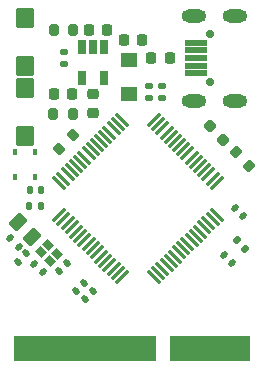
<source format=gbr>
G04 #@! TF.GenerationSoftware,KiCad,Pcbnew,(6.0.1)*
G04 #@! TF.CreationDate,2022-02-18T21:00:09+08:00*
G04 #@! TF.ProjectId,STM32_FOC_Board,53544d33-325f-4464-9f43-5f426f617264,rev?*
G04 #@! TF.SameCoordinates,Original*
G04 #@! TF.FileFunction,Soldermask,Top*
G04 #@! TF.FilePolarity,Negative*
%FSLAX46Y46*%
G04 Gerber Fmt 4.6, Leading zero omitted, Abs format (unit mm)*
G04 Created by KiCad (PCBNEW (6.0.1)) date 2022-02-18 21:00:09*
%MOMM*%
%LPD*%
G01*
G04 APERTURE LIST*
G04 Aperture macros list*
%AMRoundRect*
0 Rectangle with rounded corners*
0 $1 Rounding radius*
0 $2 $3 $4 $5 $6 $7 $8 $9 X,Y pos of 4 corners*
0 Add a 4 corners polygon primitive as box body*
4,1,4,$2,$3,$4,$5,$6,$7,$8,$9,$2,$3,0*
0 Add four circle primitives for the rounded corners*
1,1,$1+$1,$2,$3*
1,1,$1+$1,$4,$5*
1,1,$1+$1,$6,$7*
1,1,$1+$1,$8,$9*
0 Add four rect primitives between the rounded corners*
20,1,$1+$1,$2,$3,$4,$5,0*
20,1,$1+$1,$4,$5,$6,$7,0*
20,1,$1+$1,$6,$7,$8,$9,0*
20,1,$1+$1,$8,$9,$2,$3,0*%
G04 Aperture macros list end*
%ADD10C,0.100000*%
%ADD11R,1.400000X1.300000*%
%ADD12RoundRect,0.140000X-0.219203X-0.021213X-0.021213X-0.219203X0.219203X0.021213X0.021213X0.219203X0*%
%ADD13RoundRect,0.075000X-0.441942X-0.548008X0.548008X0.441942X0.441942X0.548008X-0.548008X-0.441942X0*%
%ADD14RoundRect,0.075000X0.441942X-0.548008X0.548008X-0.441942X-0.441942X0.548008X-0.548008X0.441942X0*%
%ADD15RoundRect,0.140000X0.021213X-0.219203X0.219203X-0.021213X-0.021213X0.219203X-0.219203X0.021213X0*%
%ADD16RoundRect,0.050800X-0.786692X-0.132901X-0.132901X-0.786692X0.786692X0.132901X0.132901X0.786692X0*%
%ADD17RoundRect,0.140000X0.170000X-0.140000X0.170000X0.140000X-0.170000X0.140000X-0.170000X-0.140000X0*%
%ADD18R,0.450000X0.600000*%
%ADD19RoundRect,0.135000X0.185000X-0.135000X0.185000X0.135000X-0.185000X0.135000X-0.185000X-0.135000X0*%
%ADD20RoundRect,0.050800X-0.679450X0.764550X-0.679450X-0.764550X0.679450X-0.764550X0.679450X0.764550X0*%
%ADD21RoundRect,0.050800X0.679450X-0.764550X0.679450X0.764550X-0.679450X0.764550X-0.679450X-0.764550X0*%
%ADD22RoundRect,0.135000X-0.226274X-0.035355X-0.035355X-0.226274X0.226274X0.035355X0.035355X0.226274X0*%
%ADD23RoundRect,0.140000X0.140000X0.170000X-0.140000X0.170000X-0.140000X-0.170000X0.140000X-0.170000X0*%
%ADD24RoundRect,0.218750X0.335876X0.026517X0.026517X0.335876X-0.335876X-0.026517X-0.026517X-0.335876X0*%
%ADD25RoundRect,0.050800X0.299700X-0.500400X0.299700X0.500400X-0.299700X0.500400X-0.299700X-0.500400X0*%
%ADD26RoundRect,0.200000X0.053033X-0.335876X0.335876X-0.053033X-0.053033X0.335876X-0.335876X0.053033X0*%
%ADD27RoundRect,0.218750X0.218750X0.256250X-0.218750X0.256250X-0.218750X-0.256250X0.218750X-0.256250X0*%
%ADD28RoundRect,0.200000X0.200000X0.275000X-0.200000X0.275000X-0.200000X-0.275000X0.200000X-0.275000X0*%
%ADD29RoundRect,0.140000X-0.021213X0.219203X-0.219203X0.021213X0.021213X-0.219203X0.219203X-0.021213X0*%
%ADD30RoundRect,0.200000X-0.335876X-0.053033X-0.053033X-0.335876X0.335876X0.053033X0.053033X0.335876X0*%
%ADD31RoundRect,0.225000X-0.250000X0.225000X-0.250000X-0.225000X0.250000X-0.225000X0.250000X0.225000X0*%
%ADD32RoundRect,0.200000X-0.200000X-0.275000X0.200000X-0.275000X0.200000X0.275000X-0.200000X0.275000X0*%
%ADD33RoundRect,0.225000X0.225000X0.250000X-0.225000X0.250000X-0.225000X-0.250000X0.225000X-0.250000X0*%
%ADD34RoundRect,0.050000X0.469660X-0.045821X-0.045821X0.469660X-0.469660X0.045821X0.045821X-0.469660X0*%
%ADD35RoundRect,0.218750X-0.218750X-0.256250X0.218750X-0.256250X0.218750X0.256250X-0.218750X0.256250X0*%
%ADD36RoundRect,0.225000X-0.225000X-0.250000X0.225000X-0.250000X0.225000X0.250000X-0.225000X0.250000X0*%
%ADD37RoundRect,0.050800X-0.900450X-0.214650X0.900450X-0.214650X0.900450X0.214650X-0.900450X0.214650X0*%
%ADD38O,2.100600X1.102400*%
%ADD39C,0.701000*%
G04 APERTURE END LIST*
D10*
X143224999Y-111887508D02*
X149924999Y-111887508D01*
X149924999Y-111887508D02*
X149924999Y-109887508D01*
X149924999Y-109887508D02*
X143224999Y-109887508D01*
X143224999Y-109887508D02*
X143224999Y-111887508D01*
G36*
X149924999Y-111887508D02*
G01*
X143224999Y-111887508D01*
X143224999Y-109887508D01*
X149924999Y-109887508D01*
X149924999Y-111887508D01*
G37*
X149924999Y-111887508D02*
X143224999Y-111887508D01*
X143224999Y-109887508D01*
X149924999Y-109887508D01*
X149924999Y-111887508D01*
X130074999Y-111887508D02*
X142024999Y-111887508D01*
X142024999Y-111887508D02*
X142024999Y-109887508D01*
X142024999Y-109887508D02*
X130074999Y-109887508D01*
X130074999Y-109887508D02*
X130074999Y-111887508D01*
G36*
X142024999Y-111887508D02*
G01*
X130074999Y-111887508D01*
X130074999Y-109887508D01*
X142024999Y-109887508D01*
X142024999Y-111887508D01*
G37*
X142024999Y-111887508D02*
X130074999Y-111887508D01*
X130074999Y-109887508D01*
X142024999Y-109887508D01*
X142024999Y-111887508D01*
D11*
X139801600Y-89410200D03*
X139801600Y-86510200D03*
D12*
X129754589Y-101632989D03*
X130433411Y-102311811D03*
D13*
X133885530Y-99631190D03*
X134239083Y-99984743D03*
X134592636Y-100338296D03*
X134946190Y-100691850D03*
X135299743Y-101045403D03*
X135653297Y-101398957D03*
X136006850Y-101752510D03*
X136360403Y-102106063D03*
X136713957Y-102459617D03*
X137067510Y-102813170D03*
X137421063Y-103166723D03*
X137774617Y-103520277D03*
X138128170Y-103873830D03*
X138481724Y-104227384D03*
X138835277Y-104580937D03*
X139188830Y-104934490D03*
D14*
X141911192Y-104934490D03*
X142264745Y-104580937D03*
X142618298Y-104227384D03*
X142971852Y-103873830D03*
X143325405Y-103520277D03*
X143678959Y-103166723D03*
X144032512Y-102813170D03*
X144386065Y-102459617D03*
X144739619Y-102106063D03*
X145093172Y-101752510D03*
X145446725Y-101398957D03*
X145800279Y-101045403D03*
X146153832Y-100691850D03*
X146507386Y-100338296D03*
X146860939Y-99984743D03*
X147214492Y-99631190D03*
D13*
X147214492Y-96908828D03*
X146860939Y-96555275D03*
X146507386Y-96201722D03*
X146153832Y-95848168D03*
X145800279Y-95494615D03*
X145446725Y-95141061D03*
X145093172Y-94787508D03*
X144739619Y-94433955D03*
X144386065Y-94080401D03*
X144032512Y-93726848D03*
X143678959Y-93373295D03*
X143325405Y-93019741D03*
X142971852Y-92666188D03*
X142618298Y-92312634D03*
X142264745Y-91959081D03*
X141911192Y-91605528D03*
D14*
X139188830Y-91605528D03*
X138835277Y-91959081D03*
X138481724Y-92312634D03*
X138128170Y-92666188D03*
X137774617Y-93019741D03*
X137421063Y-93373295D03*
X137067510Y-93726848D03*
X136713957Y-94080401D03*
X136360403Y-94433955D03*
X136006850Y-94787508D03*
X135653297Y-95141061D03*
X135299743Y-95494615D03*
X134946190Y-95848168D03*
X134592636Y-96201722D03*
X134239083Y-96555275D03*
X133885530Y-96908828D03*
D15*
X135340789Y-106042511D03*
X136019611Y-105363689D03*
D16*
X130377143Y-100252743D03*
X131598457Y-101474057D03*
D17*
X134259400Y-86824600D03*
X134259400Y-85864600D03*
D18*
X131871999Y-96418389D03*
X131871999Y-94318389D03*
D19*
X142589000Y-89753900D03*
X142589000Y-88733900D03*
D18*
X130144799Y-96418389D03*
X130144799Y-94318389D03*
D20*
X130982800Y-88856700D03*
X130982800Y-92925700D03*
D21*
X131008196Y-87032908D03*
X131008196Y-82963908D03*
D22*
X148910176Y-101782776D03*
X149631424Y-102504024D03*
D23*
X132299400Y-98895900D03*
X131339400Y-98895900D03*
D24*
X147757696Y-93257703D03*
X146644002Y-92144009D03*
D25*
X137711296Y-88026108D03*
X135811296Y-88026108D03*
X135811296Y-85425108D03*
X136761296Y-85425108D03*
X137711296Y-85425108D03*
D26*
X133853837Y-94014563D03*
X135020563Y-92847837D03*
D23*
X132350200Y-97549700D03*
X131390200Y-97549700D03*
D27*
X143256100Y-86360000D03*
X141681100Y-86360000D03*
D28*
X135057400Y-83973600D03*
X133407400Y-83973600D03*
D29*
X134553011Y-103698989D03*
X133874189Y-104377811D03*
D17*
X141522200Y-89723900D03*
X141522200Y-88763900D03*
D12*
X147862989Y-103052289D03*
X148541811Y-103731111D03*
D30*
X148806637Y-94291637D03*
X149973363Y-95458363D03*
D31*
X136748600Y-89430400D03*
X136748600Y-90980400D03*
D32*
X133388600Y-91084400D03*
X135038600Y-91084400D03*
D29*
X131093811Y-102902989D03*
X130414989Y-103581811D03*
D12*
X131786589Y-103766589D03*
X132465411Y-104445411D03*
D29*
X136730811Y-106074889D03*
X136051989Y-106753711D03*
D33*
X137953800Y-83973600D03*
X136403800Y-83973600D03*
D12*
X148777389Y-99064489D03*
X149456211Y-99743311D03*
D34*
X133127563Y-103541751D03*
X132348049Y-102762237D03*
X132912037Y-102198249D03*
X133691551Y-102977763D03*
D35*
X133421100Y-89418000D03*
X134996100Y-89418000D03*
D36*
X139356800Y-84861400D03*
X140906800Y-84861400D03*
D37*
X145439200Y-85055700D03*
X145439200Y-85706000D03*
X145439200Y-86356200D03*
X145439200Y-87006400D03*
X145439200Y-87656700D03*
D38*
X148799600Y-82757000D03*
X148799600Y-89955400D03*
X145330000Y-82757000D03*
X145330000Y-89955400D03*
D39*
X146650800Y-88355200D03*
X146650800Y-84357200D03*
M02*

</source>
